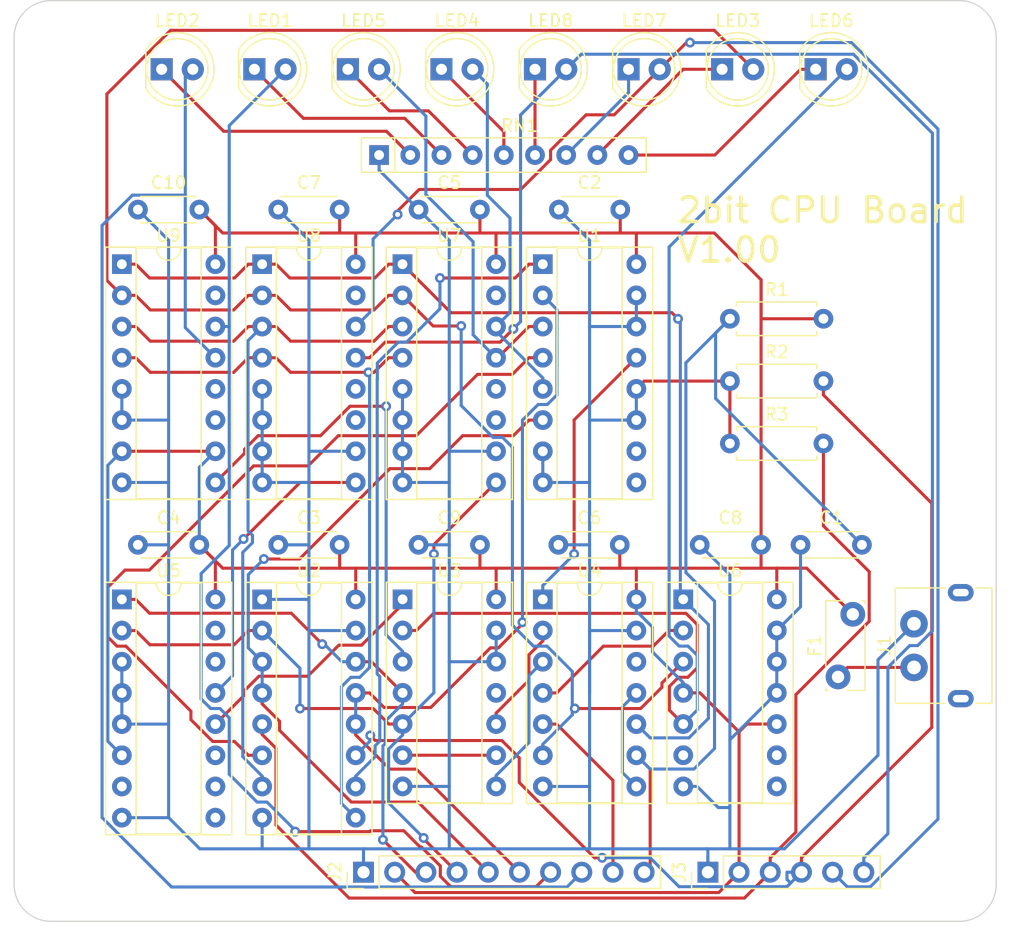
<source format=kicad_pcb>
(kicad_pcb (version 20240108) (generator "pcbnew") (generator_version "8.0")
  (layers (0 "F.Cu" signal) (31 "B.Cu" signal) (34 "B.Paste" user) (35 "F.Paste" user) (36 "B.SilkS" user "B.Silkscreen") (37 "F.SilkS" user "F.Silkscreen") (38 "B.Mask" user) (39 "F.Mask" user) (44 "Edge.Cuts" user))
  (net 0 "")
  (net 1 "+5V")
  (net 2 "GND")
  (net 3 "/Register Unit/Reset")
  (net 4 "/Register Unit/Cmd0")
  (net 5 "/Register Unit/Cmd1")
  (net 6 "/Register Unit/PC_Out0")
  (net 7 "/Register Unit/PC_Out1")
  (net 8 "/Register Unit/In0")
  (net 9 "/Register Unit/In1")
  (net 10 "Net-(U1-S2)")
  (net 11 "/Register Unit/RegA_Out1")
  (net 12 "Net-(U1-S1)")
  (net 13 "/Register Unit/RegA_Out0")
  (net 14 "/Register Unit/C_Flag_In")
  (net 17 "/Register Unit/Data0")
  (net 18 "/Register Unit/Data1")
  (net 19 "/Register Unit/Clock")
  (net 20 "Net-(U9-~{PE})")
  (net 27 "Net-(F1-Pad1)")
  (net 29 "Net-(J2-Pin_5)")
  (net 30 "Net-(J2-Pin_6)")
  (net 31 "Net-(U6A-D)")
  (net 32 "Net-(U5-~{Y3})")
  (net 37 "Net-(U5-~{Y2})")
  (net 45 "Net-(U3-Pad6)")
  (net 46 "Net-(U3-Pad8)")
  (net 47 "Net-(U3-Pad10)")
  (net 51 "Net-(U6A-~{R})")
  (net 53 "/Register Unit/C_Flag_Out")
  (net 54 "/Register Unit/Out0")
  (net 55 "/Register Unit/Out1")
  (net 56 "Net-(LED1-K)")
  (net 57 "Net-(LED2-K)")
  (net 58 "Net-(LED3-K)")
  (net 59 "Net-(LED4-K)")
  (net 60 "Net-(LED5-K)")
  (net 61 "Net-(LED6-K)")
  (net 62 "Net-(LED7-K)")
  (net 63 "Net-(LED8-K)")
  (net 64 "/Register Unit/Clock_In")
  (net 65 "Net-(U4-Pad11)")
  (footprint "Capacitor_THT:C_Disc_D4.3mm_W1.9mm_P5.00mm" (layer "F.Cu") (at 133.39 78.105)
    (property "Reference" "C5")
    (property "Value" "0.1u")
  )
  (footprint "Package_DIP:DIP-14_W7.62mm_Socket" (layer "F.Cu") (at 132.09 109.85)
    (property "Reference" "U3")
    (property "Value" "74HC32")
  )
  (footprint "Package_DIP:DIP-16_W7.62mm_Socket" (layer "F.Cu") (at 109.22 82.55)
    (property "Reference" "U9")
    (property "Value" "CD74HC161")
  )
  (footprint "Package_DIP:DIP-16_W7.62mm_Socket" (layer "F.Cu") (at 143.51 82.55)
    (property "Reference" "U1")
    (property "Value" "CD74HC283")
  )
  (footprint "LED_THT:LED_D5.0mm" (layer "F.Cu") (at 158.115 66.675)
    (property "Reference" "LED3")
    (property "Value" "LED")
  )
  (footprint "LED_THT:LED_D5.0mm" (layer "F.Cu") (at 135.255 66.675)
    (property "Reference" "LED4")
    (property "Value" "LED")
  )
  (footprint "MountingHole:MountingHole_3.2mm_M3" (layer "F.Cu") (at 176.4431 132.08)
    (property "Reference" "H3" (hide yes))
    (property "Value" "MountingHole")
  )
  (footprint "Capacitor_THT:C_Disc_D4.3mm_W1.9mm_P5.00mm" (layer "F.Cu") (at 164.505 105.41)
    (property "Reference" "C1")
    (property "Value" "0.1u")
  )
  (footprint "LED_THT:LED_D5.0mm" (layer "F.Cu") (at 120.015 66.675)
    (property "Reference" "LED1")
    (property "Value" "LED")
  )
  (footprint "Package_DIP:DIP-14_W7.62mm_Socket" (layer "F.Cu") (at 143.51 109.855)
    (property "Reference" "U4")
    (property "Value" "74HC14")
  )
  (footprint "LED_THT:LED_D5.0mm" (layer "F.Cu") (at 150.495 66.675)
    (property "Reference" "LED7")
    (property "Value" "LED")
  )
  (footprint "Package_DIP:DIP-16_W7.62mm_Socket" (layer "F.Cu") (at 120.65 109.855)
    (property "Reference" "U2")
    (property "Value" "74HC153")
  )
  (footprint "Connector_PinHeader_2.54mm:PinHeader_1x06_P2.54mm_Vertical" (layer "F.Cu") (at 156.9581 132.08 90)
    (property "Reference" "J3")
    (property "Value" "Conn_01x02")
  )
  (footprint "Resistor_THT:R_Array_SIP9" (layer "F.Cu") (at 130.175 73.66)
    (property "Reference" "RN1")
    (property "Value" "1k")
  )
  (footprint "Package_DIP:DIP-16_W7.62mm_Socket" (layer "F.Cu") (at 120.65 82.55)
    (property "Reference" "U8")
    (property "Value" "CD74HC161")
  )
  (footprint "LED_THT:LED_D5.0mm" (layer "F.Cu") (at 127.635 66.675)
    (property "Reference" "LED5")
    (property "Value" "LED")
  )
  (footprint "Capacitor_THT:C_Disc_D4.3mm_W1.9mm_P5.00mm" (layer "F.Cu") (at 110.53 78.105)
    (property "Reference" "C10")
    (property "Value" "0.1u")
  )
  (footprint "Package_DIP:DIP-16_W7.62mm_Socket" (layer "F.Cu") (at 132.08 82.55)
    (property "Reference" "U7")
    (property "Value" "CD74HC161")
  )
  (footprint "Fuse:Fuse_Bourns_MF-RG300" (layer "F.Cu") (at 167.56 116.17 90)
    (property "Reference" "F1")
    (property "Value" "100mA")
  )
  (footprint "Resistor_THT:R_Axial_DIN0207_L6.3mm_D2.5mm_P7.62mm_Horizontal" (layer "F.Cu") (at 158.75 97.155)
    (property "Reference" "R3")
    (property "Value" "10k")
  )
  (footprint "Resistor_THT:R_Axial_DIN0207_L6.3mm_D2.5mm_P7.62mm_Horizontal" (layer "F.Cu") (at 158.75 86.995)
    (property "Reference" "R1")
    (property "Value" "10k")
  )
  (footprint "MountingHole:MountingHole_3.2mm_M3" (layer "F.Cu") (at 104.4431 65.08)
    (property "Reference" "H1" (hide yes))
    (property "Value" "MountingHole")
  )
  (footprint "Package_DIP:DIP-14_W7.62mm_Socket" (layer "F.Cu") (at 154.95 109.85)
    (property "Reference" "U6")
    (property "Value" "74HC74")
  )
  (footprint "Capacitor_THT:C_Disc_D4.3mm_W1.9mm_P5.00mm" (layer "F.Cu") (at 121.96 78.105)
    (property "Reference" "C7")
    (property "Value" "0.1u")
  )
  (footprint "Capacitor_THT:C_Disc_D4.3mm_W1.9mm_P5.00mm" (layer "F.Cu") (at 144.82 78.105)
    (property "Reference" "C2")
    (property "Value" "0.1u")
  )
  (footprint "Capacitor_THT:C_Disc_D4.3mm_W1.9mm_P5.00mm" (layer "F.Cu") (at 144.78 105.41)
    (property "Reference" "C6")
    (property "Value" "0.1u")
  )
  (footprint "MountingHole:MountingHole_3.2mm_M3" (layer "F.Cu") (at 176.4431 65.08)
    (property "Reference" "H2" (hide yes))
    (property "Value" "MountingHole")
  )
  (footprint "Capacitor_THT:C_Disc_D4.3mm_W1.9mm_P5.00mm" (layer "F.Cu") (at 133.39 105.41)
    (property "Reference" "C9")
    (property "Value" "0.1u")
  )
  (footprint "Capacitor_THT:C_Disc_D4.3mm_W1.9mm_P5.00mm" (layer "F.Cu") (at 121.96 105.41)
    (property "Reference" "C3")
    (property "Value" "0.1u")
  )
  (footprint "LED_THT:LED_D5.0mm" (layer "F.Cu") (at 165.735 66.675)
    (property "Reference" "LED6")
    (property "Value" "LED")
  )
  (footprint "Resistor_THT:R_Axial_DIN0207_L6.3mm_D2.5mm_P7.62mm_Horizontal" (layer "F.Cu") (at 158.75 92.075)
    (property "Reference" "R2")
    (property "Value" "10k")
  )
  (footprint "Connector_PinHeader_2.54mm:PinHeader_1x10_P2.54mm_Vertical" (layer "F.Cu") (at 128.905 132.08 90)
    (property "Reference" "J2")
    (property "Value" "Conn_01x08")
  )
  (footprint "LED_THT:LED_D5.0mm" (layer "F.Cu") (at 112.4631 66.675)
    (property "Reference" "LED2")
    (property "Value" "LED")
  )
  (footprint "Capacitor_THT:C_Disc_D4.3mm_W1.9mm_P5.00mm" (layer "F.Cu") (at 156.29 105.41)
    (property "Reference" "C8")
    (property "Value" "0.1u")
  )
  (footprint "Library:USB_C_PowerOnly" (layer "F.Cu") (at 176.16 113.62 90)
    (property "Reference" "J1")
    (property "Value" "USB_Type_C")
  )
  (footprint "MountingHole:MountingHole_3.2mm_M3" (layer "F.Cu") (at 104.4431 132.08)
    (property "Reference" "H4" (hide yes))
    (property "Value" "MountingHole")
  )
  (footprint "Capacitor_THT:C_Disc_D4.3mm_W1.9mm_P5.00mm" (layer "F.Cu") (at 110.53 105.41)
    (property "Reference" "C4")
    (property "Value" "0.1u")
  )
  (footprint "Package_DIP:DIP-16_W7.62mm_Socket" (layer "F.Cu") (at 109.22 109.855)
    (property "Reference" "U5")
    (property "Value" "74HC138")
  )
  (footprint "LED_THT:LED_D5.0mm" (layer "F.Cu") (at 142.875 66.675)
    (property "Reference" "LED8")
    (property "Value" "LED")
  )
  (gr_line (start 180.4431 64.08) (end 180.4431 133.08) (stroke (width 0.1)) (layer "Edge.Cuts"))
  (gr_line (start 100.4431 133.08) (end 100.4431 64.08) (stroke (width 0.1)) (layer "Edge.Cuts"))
  (gr_arc (start 103.4431 136.08) (mid 101.32178 135.20132) (end 100.4431 133.08) (stroke (width 0.1)) (layer "Edge.Cuts"))
  (gr_line (start 177.4431 136.08) (end 103.4431 136.08) (stroke (width 0.1)) (layer "Edge.Cuts"))
  (gr_arc (start 180.4431 133.08) (mid 179.56442 135.20132) (end 177.4431 136.08) (stroke (width 0.1)) (layer "Edge.Cuts"))
  (gr_arc (start 177.4431 61.08) (mid 179.56442 61.95868) (end 180.4431 64.08) (stroke (width 0.1)) (layer "Edge.Cuts"))
  (gr_arc (start 100.4431 64.08) (mid 101.32178 61.95868) (end 103.4431 61.08) (stroke (width 0.1)) (layer "Edge.Cuts"))
  (gr_line (start 103.4431 61.08) (end 177.4431 61.08) (stroke (width 0.1)) (layer "Edge.Cuts"))
  (gr_text "2bit CPU Board\nV1.00" (at 154.305 82.55 0) (layer "F.SilkS") (effects (font (size 2 2) (thickness 0.3)) (justify left bottom)))
  (segment (start 158.703 132.875) (end 159.498 132.08) (width 0.25) (layer "F.Cu") (net 1))
  (segment (start 161.29 105.41) (end 161.29 107.315) (width 0.25) (layer "F.Cu") (net 1))
  (segment (start 138.39 78.105) (end 138.39 79.97) (width 0.25) (layer "F.Cu") (net 1))
  (segment (start 126.96 78.105) (end 126.96 79.97) (width 0.25) (layer "F.Cu") (net 1))
  (segment (start 128.27 107.315) (end 127 107.315) (width 0.25) (layer "F.Cu") (net 1))
  (segment (start 161.29 83.82) (end 157.48 80.01) (width 0.25) (layer "F.Cu") (net 1))
  (segment (start 159.498 126.365) (end 159.498 120.65) (width 0.25) (layer "F.Cu") (net 1))
  (segment (start 116.84 97.79) (end 109.22 97.79) (width 0.25) (layer "F.Cu") (net 1))
  (segment (start 157.48 80.01) (end 151.13 80.01) (width 0.25) (layer "F.Cu") (net 1))
  (segment (start 151.13 82.55) (end 151.13 80.01) (width 0.25) (layer "F.Cu") (net 1))
  (segment (start 138.39 107.275) (end 138.43 107.315) (width 0.25) (layer "F.Cu") (net 1))
  (segment (start 161.29 105.41) (end 161.29 86.995) (width 0.25) (layer "F.Cu") (net 1))
  (segment (start 138.43 80.01) (end 128.27 80.01) (width 0.25) (layer "F.Cu") (net 1))
  (segment (start 151.13 80.01) (end 149.86 80.01) (width 0.25) (layer "F.Cu") (net 1))
  (segment (start 117.435 107.315) (end 116.84 106.72) (width 0.25) (layer "F.Cu") (net 1))
  (segment (start 166.37 86.995) (end 161.29 86.995) (width 0.25) (layer "F.Cu") (net 1))
  (segment (start 116.84 106.72) (end 115.53 105.41) (width 0.25) (layer "F.Cu") (net 1))
  (segment (start 149.82 79.97) (end 149.86 80.01) (width 0.25) (layer "F.Cu") (net 1))
  (segment (start 159.498 131.605) (end 159.4981 131.6051) (width 0.25) (layer "F.Cu") (net 1))
  (segment (start 149.78 105.41) (end 149.78 107.235) (width 0.25) (layer "F.Cu") (net 1))
  (segment (start 151.13 107.315) (end 149.86 107.315) (width 0.25) (layer "F.Cu") (net 1))
  (segment (start 133.099 133.734) (end 157.844 133.734) (width 0.25) (layer "F.Cu") (net 1))
  (segment (start 131.445 132.08) (end 133.099 133.734) (width 0.25) (layer "F.Cu") (net 1))
  (segment (start 126.96 107.275) (end 127 107.315) (width 0.25) (layer "F.Cu") (net 1))
  (segment (start 126.96 79.97) (end 127 80.01) (width 0.25) (layer "F.Cu") (net 1))
  (segment (start 149.86 80.01) (end 139.7 80.01) (width 0.25) (layer "F.Cu") (net 1))
  (segment (start 138.39 105.41) (end 138.39 107.275) (width 0.25) (layer "F.Cu") (net 1))
  (segment (start 165.005 107.315) (end 162.56 107.315) (width 0.25) (layer "F.Cu") (net 1))
  (segment (start 158.703 132.875) (end 159.498 132.08) (width 0.25) (layer "F.Cu") (net 1))
  (segment (start 161.29 86.995) (end 161.29 83.82) (width 0.25) (layer "F.Cu") (net 1))
  (segment (start 162.57 120.01) (end 160.138 120.01) (width 0.25) (layer "F.Cu") (net 1))
  (segment (start 128.27 80.01) (end 127 80.01) (width 0.25) (layer "F.Cu") (net 1))
  (segment (start 159.498 131.605) (end 159.498 132.08) (width 0.25) (layer "F.Cu") (net 1))
  (segment (start 162.57 107.325) (end 162.56 107.315) (width 0.25) (layer "F.Cu") (net 1))
  (segment (start 138.39 79.97) (end 138.43 80.01) (width 0.25) (layer "F.Cu") (net 1))
  (segment (start 162.56 107.315) (end 161.29 107.315) (width 0.25) (layer "F.Cu") (net 1))
  (segment (start 126.96 105.41) (end 126.96 107.275) (width 0.25) (layer "F.Cu") (net 1))
  (segment (start 149.78 107.235) (end 149.86 107.315) (width 0.25) (layer "F.Cu") (net 1))
  (segment (start 116.84 109.855) (end 116.84 106.72) (width 0.25) (layer "F.Cu") (net 1))
  (segment (start 161.29 107.315) (end 151.13 107.315) (width 0.25) (layer "F.Cu") (net 1))
  (segment (start 160.138 120.01) (end 159.498 120.65) (width 0.25) (layer "F.Cu") (net 1))
  (segment (start 159.4981 131.6051) (end 159.4981 132.08) (width 0.25) (layer "F.Cu") (net 1))
  (segment (start 156.318 117.47) (end 159.498 120.65) (width 0.25) (layer "F.Cu") (net 1))
  (segment (start 116.84 79.415) (end 115.53 78.105) (width 0.25) (layer "F.Cu") (net 1))
  (segment (start 127 80.01) (end 117.435 80.01) (width 0.25) (layer "F.Cu") (net 1))
  (segment (start 138.43 107.315) (end 128.27 107.315) (width 0.25) (layer "F.Cu") (net 1))
  (segment (start 139.7 107.315) (end 138.43 107.315) (width 0.25) (layer "F.Cu") (net 1))
  (segment (start 116.84 79.415) (end 115.53 78.105) (width 0.25) (layer "F.Cu") (net 1))
  (segment (start 128.27 82.55) (end 128.27 80.01) (width 0.25) (layer "F.Cu") (net 1))
  (segment (start 168.76 111.07) (end 165.005 107.315) (width 0.25) (layer "F.Cu") (net 1))
  (segment (start 149.82 78.105) (end 149.82 79.97) (width 0.25) (layer "F.Cu") (net 1))
  (segment (start 162.57 109.85) (end 162.57 107.325) (width 0.25) (layer "F.Cu") (net 1))
  (segment (start 159.498 129.222) (end 159.498 131.605) (width 0.25) (layer "F.Cu") (net 1))
  (segment (start 149.86 107.315) (end 139.7 107.315) (width 0.25) (layer "F.Cu") (net 1))
  (segment (start 151.13 109.855) (end 151.13 107.315) (width 0.25) (layer "F.Cu") (net 1))
  (segment (start 139.7 82.55) (end 139.7 80.01) (width 0.25) (layer "F.Cu") (net 1))
  (segment (start 154.95 117.47) (end 156.318 117.47) (width 0.25) (layer "F.Cu") (net 1))
  (segment (start 159.498 126.365) (end 159.498 129.222) (width 0.25) (layer "F.Cu") (net 1))
  (segment (start 128.27 109.855) (end 128.27 107.315) (width 0.25) (layer "F.Cu") (net 1))
  (segment (start 139.71 109.85) (end 139.71 107.325) (width 0.25) (layer "F.Cu") (net 1))
  (segment (start 127 107.315) (end 117.435 107.315) (width 0.25) (layer "F.Cu") (net 1))
  (segment (start 116.84 82.55) (end 116.84 79.415) (width 0.25) (layer "F.Cu") (net 1))
  (segment (start 161.29 86.995) (end 161.29 83.82) (width 0.25) (layer "F.Cu") (net 1))
  (segment (start 116.84 106.72) (end 115.53 105.41) (width 0.25) (layer "F.Cu") (net 1))
  (segment (start 139.71 107.325) (end 139.7 107.315) (width 0.25) (layer "F.Cu") (net 1))
  (segment (start 117.435 80.01) (end 116.84 79.415) (width 0.25) (layer "F.Cu") (net 1))
  (segment (start 139.7 80.01) (end 138.43 80.01) (width 0.25) (layer "F.Cu") (net 1))
  (segment (start 157.844 133.734) (end 158.703 132.875) (width 0.25) (layer "F.Cu") (net 1))
  (segment (start 151.13 109.855) (end 151.13 110.982) (width 0.25) (layer "B.Cu") (net 1))
  (segment (start 109.22 122.555) (end 108.078 121.413) (width 0.25) (layer "B.Cu") (net 1))
  (segment (start 152.443 114.134) (end 154.95 116.641) (width 0.25) (layer "B.Cu") (net 1))
  (segment (start 151.13 110.982) (end 151.312 110.982) (width 0.25) (layer "B.Cu") (net 1))
  (segment (start 151.312 110.982) (end 152.443 112.113) (width 0.25) (layer "B.Cu") (net 1))
  (segment (start 152.443 112.113) (end 152.443 114.134) (width 0.25) (layer "B.Cu") (net 1))
  (segment (start 115.53 99.1) (end 116.84 97.79) (width 0.25) (layer "B.Cu") (net 1))
  (segment (start 108.078 98.9323) (end 109.22 97.79) (width 0.25) (layer "B.Cu") (net 1))
  (segment (start 115.53 105.41) (end 115.53 99.1) (width 0.25) (layer "B.Cu") (net 1))
  (segment (start 154.95 116.641) (end 154.95 117.47) (width 0.25) (layer "B.Cu") (net 1))
  (segment (start 108.078 121.413) (end 108.078 98.9323) (width 0.25) (layer "B.Cu") (net 1))
  (segment (start 158.75 92.075) (end 151.765 92.075) (width 0.25) (layer "F.Cu") (net 2))
  (segment (start 158.75 92.075) (end 158.75 97.155) (width 0.25) (layer "F.Cu") (net 2))
  (segment (start 151.765 92.075) (end 151.13 92.71) (width 0.25) (layer "F.Cu") (net 2))
  (segment (start 170.815 122.555) (end 163.195 130.175) (width 0.25) (layer "B.Cu") (net 2))
  (segment (start 151.13 112.395) (end 147.32 112.395) (width 0.25) (layer "B.Cu") (net 2))
  (segment (start 113.03 80.605) (end 110.53 78.105) (width 0.25) (layer "B.Cu") (net 2))
  (segment (start 135.89 114.935) (end 135.89 125.095) (width 0.25) (layer "B.Cu") (net 2))
  (segment (start 158.75 121.29) (end 162.57 117.47) (width 0.25) (layer "B.Cu") (net 2))
  (segment (start 124.46 109.855) (end 124.46 112.395) (width 0.25) (layer "B.Cu") (net 2))
  (segment (start 124.46 130.175) (end 128.905 130.175) (width 0.25) (layer "B.Cu") (net 2))
  (segment (start 158.75 107.87) (end 156.29 105.41) (width 0.25) (layer "B.Cu") (net 2))
  (segment (start 124.46 109.855) (end 124.46 105.41) (width 0.25) (layer "B.Cu") (net 2))
  (segment (start 156.077 125.09) (end 154.95 125.09) (width 0.25) (layer "B.Cu") (net 2))
  (segment (start 120.65 97.79) (end 120.65 100.33) (width 0.25) (layer "B.Cu") (net 2))
  (segment (start 109.22 117.475) (end 109.22 120.015) (width 0.25) (layer "B.Cu") (net 2))
  (segment (start 156.958 131.408) (end 156.958 131.632) (width 0.25) (layer "B.Cu") (net 2))
  (segment (start 124.46 100.33) (end 124.46 97.79) (width 0.25) (layer "B.Cu") (net 2))
  (segment (start 143.51 100.33) (end 147.32 100.33) (width 0.25) (layer "B.Cu") (net 2))
  (segment (start 156.958 130.736) (end 156.958 131.184) (width 0.25) (layer "B.Cu") (net 2))
  (segment (start 156.958 131.408) (end 156.958 131.632) (width 0.25) (layer "B.Cu") (net 2))
  (segment (start 109.22 95.25) (end 113.03 95.25) (width 0.25) (layer "B.Cu") (net 2))
  (segment (start 120.65 92.71) (end 120.65 95.25) (width 0.25) (layer "B.Cu") (net 2))
  (segment (start 130.175 74.89) (end 133.39 78.105) (width 0.25) (layer "B.Cu") (net 2))
  (segment (start 132.08 100.33) (end 135.89 100.33) (width 0.25) (layer "B.Cu") (net 2))
  (segment (start 139.71 114.93) (end 135.895 114.93) (width 0.25) (layer "B.Cu") (net 2))
  (segment (start 113.03 95.25) (end 113.03 80.605) (width 0.25) (layer "B.Cu") (net 2))
  (segment (start 173.747 111.842) (end 170.815 114.774) (width 0.25) (layer "B.Cu") (net 2))
  (segment (start 156.958 131.856) (end 156.958 132.08) (width 0.25) (layer "B.Cu") (net 2))
  (segment (start 128.27 97.79) (end 124.46 97.79) (width 0.25) (layer "B.Cu") (net 2))
  (segment (start 135.89 97.79) (end 135.89 100.33) (width 0.25) (layer "B.Cu") (net 2))
  (segment (start 109.22 120.015) (end 113.03 120.015) (width 0.25) (layer "B.Cu") (net 2))
  (segment (start 144.78 105.41) (end 147.32 105.41) (width 0.25) (layer "B.Cu") (net 2))
  (segment (start 135.89 105.41) (end 135.89 114.935) (width 0.25) (layer "B.Cu") (net 2))
  (segment (start 120.65 127.635) (end 120.65 130.175) (width 0.25) (layer "B.Cu") (net 2))
  (segment (start 156.845 130.175) (end 156.958 130.288) (width 0.25) (layer "B.Cu") (net 2))
  (segment (start 113.03 105.41) (end 113.03 100.33) (width 0.25) (layer "B.Cu") (net 2))
  (segment (start 115.57 130.175) (end 120.65 130.175) (width 0.25) (layer "B.Cu") (net 2))
  (segment (start 113.03 120.015) (end 113.03 105.41) (width 0.25) (layer "B.Cu") (net 2))
  (segment (start 130.175 73.66) (end 130.175 74.89) (width 0.25) (layer "B.Cu") (net 2))
  (segment (start 158.75 130.175) (end 156.845 130.175) (width 0.25) (layer "B.Cu") (net 2))
  (segment (start 128.905 132.08) (end 128.905 130.175) (width 0.25) (layer "B.Cu") (net 2))
  (segment (start 109.22 114.935) (end 109.22 117.475) (width 0.25) (layer "B.Cu") (net 2))
  (segment (start 139.7 97.79) (end 135.89 97.79) (width 0.25) (layer "B.Cu") (net 2))
  (segment (start 132.08 97.79) (end 132.08 100.33) (width 0.25) (layer "B.Cu") (net 2))
  (segment (start 156.958 130.288) (end 156.958 130.736) (width 0.25) (layer "B.Cu") (net 2))
  (segment (start 109.22 92.71) (end 109.22 95.25) (width 0.25) (layer "B.Cu") (net 2))
  (segment (start 156.958 131.184) (end 156.958 131.408) (width 0.25) (layer "B.Cu") (net 2))
  (segment (start 163.195 130.175) (end 158.75 130.175) (width 0.25) (layer "B.Cu") (net 2))
  (segment (start 121.96 105.41) (end 124.46 105.41) (width 0.25) (layer "B.Cu") (net 2))
  (segment (start 156.958 131.856) (end 156.9581 131.8561) (width 0.25) (layer "B.Cu") (net 2))
  (segment (start 164.505 110.455) (end 162.57 112.39) (width 0.25) (layer "B.Cu") (net 2))
  (segment (start 147.32 117.475) (end 147.32 125.095) (width 0.25) (layer "B.Cu") (net 2))
  (segment (start 147.32 125.095) (end 147.32 130.175) (width 0.25) (layer "B.Cu") (net 2))
  (segment (start 158.75 121.29) (end 158.75 126.812) (width 0.25) (layer "B.Cu") (net 2))
  (segment (start 158.75 126.812) (end 157.799 126.812) (width 0.25) (layer "B.Cu") (net 2))
  (segment (start 144.82 78.105) (end 147.32 80.605) (width 0.25) (layer "B.Cu") (net 2))
  (segment (start 109.22 100.33) (end 113.03 100.33) (width 0.25) (layer "B.Cu") (net 2))
  (segment (start 132.08 92.71) (end 132.08 95.25) (width 0.25) (layer "B.Cu") (net 2))
  (segment (start 110.53 105.41) (end 113.03 105.41) (width 0.25) (layer "B.Cu") (net 2))
  (segment (start 164.505 105.41) (end 164.505 110.455) (width 0.25) (layer "B.Cu") (net 2))
  (segment (start 135.89 100.33) (end 135.89 105.41) (width 0.25) (layer "B.Cu") (net 2))
  (segment (start 158.75 121.29) (end 158.75 107.87) (width 0.25) (layer "B.Cu") (net 2))
  (segment (start 135.89 125.095) (end 135.89 130.175) (width 0.25) (layer "B.Cu") (net 2))
  (segment (start 156.958 131.632) (end 156.958 131.856) (width 0.25) (layer "B.Cu") (net 2))
  (segment (start 124.46 80.605) (end 121.96 78.105) (width 0.25) (layer "B.Cu") (net 2))
  (segment (start 143.51 125.095) (end 147.32 125.095) (width 0.25) (layer "B.Cu") (net 2))
  (segment (start 135.89 130.175) (end 147.32 130.175) (width 0.25) (layer "B.Cu") (net 2))
  (segment (start 128.905 130.175) (end 135.89 130.175) (width 0.25) (layer "B.Cu") (net 2))
  (segment (start 157.799 126.812) (end 156.077 125.09) (width 0.25) (layer "B.Cu") (net 2))
  (segment (start 151.13 92.71) (end 151.13 95.25) (width 0.25) (layer "B.Cu") (net 2))
  (segment (start 151.13 85.09) (end 151.13 87.63) (width 0.25) (layer "B.Cu") (net 2))
  (segment (start 147.32 112.395) (end 147.32 117.475) (width 0.25) (layer "B.Cu") (net 2))
  (segment (start 135.885 125.09) (end 135.89 125.095) (width 0.25) (layer "B.Cu") (net 2))
  (segment (start 120.65 100.33) (end 124.46 100.33) (width 0.25) (layer "B.Cu") (net 2))
  (segment (start 151.13 87.63) (end 147.32 87.63) (width 0.25) (layer "B.Cu") (net 2))
  (segment (start 147.32 130.175) (end 156.845 130.175) (width 0.25) (layer "B.Cu") (net 2))
  (segment (start 156.958 130.736) (end 156.958 131.184) (width 0.25) (layer "B.Cu") (net 2))
  (segment (start 120.65 109.855) (end 124.46 109.855) (width 0.25) (layer "B.Cu") (net 2))
  (segment (start 113.03 100.33) (end 113.03 95.25) (width 0.25) (layer "B.Cu") (net 2))
  (segment (start 151.13 95.25) (end 147.32 95.25) (width 0.25) (layer "B.Cu") (net 2))
  (segment (start 135.89 80.605) (end 135.89 97.79) (width 0.25) (layer "B.Cu") (net 2))
  (segment (start 147.32 105.41) (end 147.32 112.395) (width 0.25) (layer "B.Cu") (net 2))
  (segment (start 158.75 126.812) (end 158.75 130.175) (width 0.25) (layer "B.Cu") (net 2))
  (segment (start 135.895 114.93) (end 135.89 114.935) (width 0.25) (layer "B.Cu") (net 2))
  (segment (start 124.46 97.79) (end 124.46 80.605) (width 0.25) (layer "B.Cu") (net 2))
  (segment (start 128.27 112.395) (end 124.46 112.395) (width 0.25) (layer "B.Cu") (net 2))
  (segment (start 124.46 112.395) (end 124.46 130.175) (width 0.25) (layer "B.Cu") (net 2))
  (segment (start 132.09 125.09) (end 135.885 125.09) (width 0.25) (layer "B.Cu") (net 2))
  (segment (start 162.57 114.93) (end 162.57 117.47) (width 0.25) (layer "B.Cu") (net 2))
  (segment (start 109.22 127.635) (end 113.03 127.635) (width 0.25) (layer "B.Cu") (net 2))
  (segment (start 147.32 112.395) (end 147.32 117.475) (width 0.25) (layer "B.Cu") (net 2))
  (segment (start 124.46 105.41) (end 124.46 100.33) (width 0.25) (layer "B.Cu") (net 2))
  (segment (start 147.32 95.25) (end 147.32 100.33) (width 0.25) (layer "B.Cu") (net 2))
  (segment (start 156.9581 131.8561) (end 156.9581 132.08) (width 0.25) (layer "B.Cu") (net 2))
  (segment (start 120.65 130.175) (end 124.46 130.175) (width 0.25) (layer "B.Cu") (net 2))
  (segment (start 162.57 112.39) (end 162.57 114.93) (width 0.25) (layer "B.Cu") (net 2))
  (segment (start 113.03 127.635) (end 113.03 120.015) (width 0.25) (layer "B.Cu") (net 2))
  (segment (start 139.71 112.39) (end 139.71 114.93) (width 0.25) (layer "B.Cu") (net 2))
  (segment (start 133.39 105.41) (end 135.89 105.41) (width 0.25) (layer "B.Cu") (net 2))
  (segment (start 170.815 114.774) (end 170.815 122.555) (width 0.25) (layer "B.Cu") (net 2))
  (segment (start 147.32 80.605) (end 147.32 87.63) (width 0.25) (layer "B.Cu") (net 2))
  (segment (start 143.51 97.79) (end 143.51 100.33) (width 0.25) (layer "B.Cu") (net 2))
  (segment (start 133.39 78.105) (end 135.89 80.605) (width 0.25) (layer "B.Cu") (net 2))
  (segment (start 113.03 127.635) (end 115.57 130.175) (width 0.25) (layer "B.Cu") (net 2))
  (segment (start 147.32 87.63) (end 147.32 95.25) (width 0.25) (layer "B.Cu") (net 2))
  (segment (start 132.08 95.25) (end 132.08 97.79) (width 0.25) (layer "B.Cu") (net 2))
  (segment (start 120.65 95.25) (end 120.65 97.79) (width 0.25) (layer "B.Cu") (net 2))
  (segment (start 147.32 100.33) (end 147.32 105.41) (width 0.25) (layer "B.Cu") (net 2))
  (segment (start 152.255 131.59) (end 151.765 132.08) (width 0.25) (layer "F.Cu") (net 3))
  (segment (start 152.255 123.68) (end 152.255 131.59) (width 0.25) (layer "F.Cu") (net 3))
  (segment (start 151.13 122.555) (end 152.255 123.68) (width 0.25) (layer "F.Cu") (net 3))
  (segment (start 157.5 122) (end 155.825 123.675) (width 0.25) (layer "B.Cu") (net 3))
  (segment (start 169.505 105.41) (end 157.587 93.4923) (width 0.25) (layer "B.Cu") (net 3))
  (segment (start 157.5 110) (end 157.5 122) (width 0.25) (layer "B.Cu") (net 3))
  (segment (start 157.587 93.4923) (end 157.587 88.158) (width 0.25) (layer "B.Cu") (net 3))
  (segment (start 157.587 88.158) (end 157.587 88.1577) (width 0.25) (layer "B.Cu") (net 3))
  (segment (start 158.75 86.995) (end 157.587 88.158) (width 0.25) (layer "B.Cu") (net 3))
  (segment (start 157.587 88.1577) (end 158.75 86.995) (width 0.25) (layer "B.Cu") (net 3))
  (segment (start 155.165 90.58) (end 155.165 107.665) (width 0.25) (layer "B.Cu") (net 3))
  (segment (start 155.165 107.665) (end 157.5 110) (width 0.25) (layer "B.Cu") (net 3))
  (segment (start 157.587 88.158) (end 155.165 90.58) (width 0.25) (layer "B.Cu") (net 3))
  (segment (start 152.25 123.675) (end 151.13 122.555) (width 0.25) (layer "B.Cu") (net 3))
  (segment (start 155.825 123.675) (end 152.25 123.675) (width 0.25) (layer "B.Cu") (net 3))
  (segment (start 130.486 129.433) (end 133.133 132.08) (width 0.25) (layer "F.Cu") (net 4))
  (segment (start 111.474 110.982) (end 110.347 109.855) (width 0.25) (layer "F.Cu") (net 4))
  (segment (start 129.555 114.935) (end 128.27 114.935) (width 0.25) (layer "F.Cu") (net 4))
  (segment (start 125.543 113.502) (end 123.023 110.982) (width 0.25) (layer "F.Cu") (net 4))
  (segment (start 123.023 110.982) (end 111.474 110.982) (width 0.25) (layer "F.Cu") (net 4))
  (segment (start 133.133 132.08) (end 133.985 132.08) (width 0.25) (layer "F.Cu") (net 4))
  (segment (start 110.347 109.855) (end 109.22 109.855) (width 0.25) (layer "F.Cu") (net 4))
  (segment (start 132.09 117.47) (end 129.555 114.935) (width 0.25) (layer "F.Cu") (net 4))
  (via (at 130.486 129.433) (size 0.8) (drill 0.4) (layers "F.Cu" "B.Cu") (net 4))
  (via (at 125.543 113.502) (size 0.8) (drill 0.4) (layers "F.Cu" "B.Cu") (net 4))
  (segment (start 132.09 117.47) (end 132.09 118.366) (width 0.25) (layer "B.Cu") (net 4))
  (segment (start 130.486 121.788) (end 130.486 129.433) (width 0.25) (layer "B.Cu") (net 4))
  (segment (start 128.27 114.935) (end 127.143 114.935) (width 0.25) (layer "B.Cu") (net 4))
  (segment (start 130.681 119.775) (end 130.681 121.594) (width 0.25) (layer "B.Cu") (net 4))
  (segment (start 130.681 121.594) (end 130.486 121.788) (width 0.25) (layer "B.Cu") (net 4))
  (segment (start 127.143 114.935) (end 125.71 113.502) (width 0.25) (layer "B.Cu") (net 4))
  (segment (start 132.09 118.366) (end 130.681 119.775) (width 0.25) (layer "B.Cu") (net 4))
  (segment (start 125.71 113.502) (end 125.543 113.502) (width 0.25) (layer "B.Cu") (net 4))
  (segment (start 134.639 106.162) (end 134.639 105.391) (width 0.25) (layer "F.Cu") (net 5))
  (segment (start 110.347 112.395) (end 109.22 112.395) (width 0.25) (layer "F.Cu") (net 5))
  (segment (start 133.804 129.359) (end 133.804 129.29) (width 0.25) (layer "F.Cu") (net 5))
  (segment (start 132.09 120.01) (end 130.963 120.01) (width 0.25) (layer "F.Cu") (net 5))
  (segment (start 111.504 113.552) (end 110.347 112.395) (width 0.25) (layer "F.Cu") (net 5))
  (segment (start 134.639 105.391) (end 139.7 100.33) (width 0.25) (layer "F.Cu") (net 5))
  (segment (start 130.963 120.01) (end 129.698 118.745) (width 0.25) (layer "F.Cu") (net 5))
  (segment (start 120.65 112.395) (end 119.523 112.395) (width 0.25) (layer "F.Cu") (net 5))
  (segment (start 136.525 132.08) (end 133.804 129.359) (width 0.25) (layer "F.Cu") (net 5))
  (segment (start 129.698 118.745) (end 123.73 118.745) (width 0.25) (layer "F.Cu") (net 5))
  (segment (start 119.523 112.395) (end 118.366 113.552) (width 0.25) (layer "F.Cu") (net 5))
  (segment (start 118.366 113.552) (end 111.504 113.552) (width 0.25) (layer "F.Cu") (net 5))
  (via (at 123.73 118.745) (size 0.8) (drill 0.4) (layers "F.Cu" "B.Cu") (net 5))
  (via (at 133.804 129.29) (size 0.8) (drill 0.4) (layers "F.Cu" "B.Cu") (net 5))
  (via (at 134.639 106.162) (size 0.8) (drill 0.4) (layers "F.Cu" "B.Cu") (net 5))
  (segment (start 132.09 120.01) (end 132.09 120.903) (width 0.25) (layer "B.Cu") (net 5))
  (segment (start 130.951 122.043) (end 130.951 126.436) (width 0.25) (layer "B.Cu") (net 5))
  (segment (start 132.09 120.903) (end 130.951 122.043) (width 0.25) (layer "B.Cu") (net 5))
  (segment (start 120.65 112.395) (end 123.73 115.475) (width 0.25) (layer "B.Cu") (net 5))
  (segment (start 130.951 126.436) (end 133.804 129.29) (width 0.25) (layer "B.Cu") (net 5))
  (segment (start 132.09 120.01) (end 134.639 117.461) (width 0.25) (layer "B.Cu") (net 5))
  (segment (start 134.639 117.461) (end 134.639 106.162) (width 0.25) (layer "B.Cu") (net 5))
  (segment (start 123.73 115.475) (end 123.73 118.745) (width 0.25) (layer "B.Cu") (net 5))
  (segment (start 129.494 128.701) (end 132.188 128.701) (width 0.25) (layer "F.Cu") (net 6))
  (segment (start 132.188 128.701) (end 133.503 130.017) (width 0.25) (layer "F.Cu") (net 6))
  (segment (start 135.163 131.569) (end 135.163 132.413) (width 0.25) (layer "F.Cu") (net 6))
  (segment (start 133.611 130.017) (end 135.163 131.569) (width 0.25) (layer "F.Cu") (net 6))
  (segment (start 136.007 133.257) (end 142.968 133.257) (width 0.25) (layer "F.Cu") (net 6))
  (segment (start 133.503 130.017) (end 133.611 130.017) (width 0.25) (layer "F.Cu") (net 6))
  (segment (start 142.968 133.257) (end 144.145 132.08) (width 0.25) (layer "F.Cu") (net 6))
  (segment (start 123.34 128.77) (end 129.425 128.77) (width 0.25) (layer "F.Cu") (net 6))
  (segment (start 129.425 128.77) (end 129.494 128.701) (width 0.25) (layer "F.Cu") (net 6))
  (segment (start 135.163 132.413) (end 136.007 133.257) (width 0.25) (layer "F.Cu") (net 6))
  (via (at 123.34 128.77) (size 0.8) (drill 0.4) (layers "F.Cu" "B.Cu") (net 6))
  (segment (start 121.04 126.365) (end 123.34 128.665) (width 0.25) (layer "B.Cu") (net 6))
  (segment (start 115.678 107.753) (end 115.678 117.964) (width 0.25) (layer "B.Cu") (net 6))
  (segment (start 117.967 124.097) (end 120.235 126.365) (width 0.25) (layer "B.Cu") (net 6))
  (segment (start 117.967 119.5) (end 117.967 124.097) (width 0.25) (layer "B.Cu") (net 6))
  (segment (start 117.212 118.745) (end 117.967 119.5) (width 0.25) (layer "B.Cu") (net 6))
  (segment (start 117.967 105.464) (end 115.678 107.753) (width 0.25) (layer "B.Cu") (net 6))
  (segment (start 117.967 71.2631) (end 122.555 66.675) (width 0.25) (layer "B.Cu") (net 6))
  (segment (start 120.235 126.365) (end 121.04 126.365) (width 0.25) (layer "B.Cu") (net 6))
  (segment (start 117.967 87.63) (end 117.967 105.464) (width 0.25) (layer "B.Cu") (net 6))
  (segment (start 116.84 87.63) (end 117.967 87.63) (width 0.25) (layer "B.Cu") (net 6))
  (segment (start 116.46 118.745) (end 117.212 118.745) (width 0.25) (layer "B.Cu") (net 6))
  (segment (start 115.678 117.964) (end 116.46 118.745) (width 0.25) (layer "B.Cu") (net 6))
  (segment (start 123.34 128.665) (end 123.34 128.77) (width 0.25) (layer "B.Cu") (net 6))
  (segment (start 117.967 87.63) (end 117.967 71.2631) (width 0.25) (layer "B.Cu") (net 6))
  (segment (start 114.388 87.718) (end 116.84 90.17) (width 0.25) (layer "B.Cu") (net 7))
  (segment (start 145.482 133.284) (end 146.685 132.08) (width 0.25) (layer "B.Cu") (net 7))
  (segment (start 115.0031 66.675) (end 115.003 66.675) (width 0.25) (layer "B.Cu") (net 7))
  (segment (start 113.268 133.284) (end 145.482 133.284) (width 0.25) (layer "B.Cu") (net 7))
  (segment (start 107.609 79.3979) (end 107.609 127.625) (width 0.25) (layer "B.Cu") (net 7))
  (segment (start 115.003 66.675) (end 114.388 67.2901) (width 0.25) (layer "B.Cu") (net 7))
  (segment (start 114.388 67.2901) (end 114.388 76.9267) (width 0.25) (layer "B.Cu") (net 7))
  (segment (start 114.388 76.9267) (end 110.08 76.9267) (width 0.25) (layer "B.Cu") (net 7))
  (segment (start 114.388 76.9267) (end 114.388 87.718) (width 0.25) (layer "B.Cu") (net 7))
  (segment (start 110.08 76.9267) (end 107.609 79.3979) (width 0.25) (layer "B.Cu") (net 7))
  (segment (start 107.609 127.625) (end 113.268 133.284) (width 0.25) (layer "B.Cu") (net 7))
  (segment (start 121.777 121.987) (end 121.777 128.236) (width 0.25) (layer "F.Cu") (net 8))
  (segment (start 120.65 120.015) (end 120.65 120.86) (width 0.25) (layer "F.Cu") (net 8))
  (segment (start 161.243 132.875) (end 162.038 132.08) (width 0.25) (layer "F.Cu") (net 8))
  (segment (start 162.0381 131.9331) (end 162.0381 132.08) (width 0.25) (layer "F.Cu") (net 8))
  (segment (start 162.038 131.933) (end 162.038 132.08) (width 0.25) (layer "F.Cu") (net 8))
  (segment (start 159.932 134.186) (end 161.243 132.875) (width 0.25) (layer "F.Cu") (net 8))
  (segment (start 120.65 120.86) (end 121.777 121.987) (width 0.25) (layer "F.Cu") (net 8))
  (segment (start 164.126 128.815) (end 164.126 117.613) (width 0.25) (layer "F.Cu") (net 8))
  (segment (start 162.038 131.933) (end 162.0381 131.9331) (width 0.25) (layer "F.Cu") (net 8))
  (segment (start 170.099 107.598) (end 166.37 103.869) (width 0.25) (layer "F.Cu") (net 8))
  (segment (start 121.777 128.236) (end 127.727 134.186) (width 0.25) (layer "F.Cu") (net 8))
  (segment (start 127.727 134.186) (end 159.932 134.186) (width 0.25) (layer "F.Cu") (net 8))
  (segment (start 161.243 132.875) (end 162.038 132.08) (width 0.25) (layer "F.Cu") (net 8))
  (segment (start 166.37 103.869) (end 166.37 97.155) (width 0.25) (layer "F.Cu") (net 8))
  (segment (start 162.038 131.786) (end 162.038 131.933) (width 0.25) (layer "F.Cu") (net 8))
  (segment (start 170.099 111.64) (end 170.099 107.598) (width 0.25) (layer "F.Cu") (net 8))
  (segment (start 162.038 130.903) (end 164.126 128.815) (width 0.25) (layer "F.Cu") (net 8))
  (segment (start 164.126 117.613) (end 170.099 111.64) (width 0.25) (layer "F.Cu") (net 8))
  (segment (start 162.038 131.492) (end 162.038 131.786) (width 0.25) (layer "F.Cu") (net 8))
  (segment (start 162.038 131.492) (end 162.038 130.903) (width 0.25) (layer "F.Cu") (net 8))
  (segment (start 141.591 122.766) (end 141.591 124.771) (width 0.25) (layer "F.Cu") (net 9))
  (segment (start 164.578 131.198) (end 164.578 131.492) (width 0.25) (layer "F.Cu") (net 9))
  (segment (start 175.195 102.027) (end 175.195 120.286) (width 0.25) (layer "F.Cu") (net 9))
  (segment (start 164.578 131.198) (end 164.578 131.492) (width 0.25) (layer "F.Cu") (net 9))
  (segment (start 166.37 93.2019) (end 175.195 102.027) (width 0.25) (layer "F.Cu") (net 9))
  (segment (start 164.578 131.639) (end 164.5781 131.6391) (width 0.25) (layer "F.Cu") (net 9))
  (segment (start 166.37 92.075) (end 166.37 93.2019) (width 0.25) (layer "F.Cu") (net 9))
  (segment (start 164.578 130.903) (end 164.578 131.198) (width 0.25) (layer "F.Cu") (net 9))
  (segment (start 129.457 120.949) (end 129.86 121.352) (width 0.25) (layer "F.Cu") (net 9))
  (segment (start 164.578 131.639) (end 164.578 131.786) (width 0.25) (layer "F.Cu") (net 9))
  (segment (start 147.724 130.904) (end 148.347 130.904) (width 0.25) (layer "F.Cu") (net 9))
  (segment (start 141.591 124.771) (end 147.724 130.904) (width 0.25) (layer "F.Cu") (net 9))
  (segment (start 164.5781 131.6391) (end 164.5781 132.08) (width 0.25) (layer "F.Cu") (net 9))
  (segment (start 140.178 121.352) (end 141.591 122.766) (width 0.25) (layer "F.Cu") (net 9))
  (segment (start 175.195 120.286) (end 164.578 130.903) (width 0.25) (layer "F.Cu") (net 9))
  (segment (start 164.578 131.492) (end 164.578 131.639) (width 0.25) (layer "F.Cu") (net 9))
  (segment (start 129.86 121.352) (end 140.178 121.352) (width 0.25) (layer "F.Cu") (net 9))
  (via (at 148.347 130.904) (size 0.8) (drill 0.4) (layers "F.Cu" "B.Cu") (net 9))
  (via (at 129.457 120.949) (size 0.8) (drill 0.4) (layers "F.Cu" "B.Cu") (net 9))
  (segment (start 129.457 121.368) (end 128.27 122.555) (width 0.25) (layer "B.Cu") (net 9))
  (segment (start 163.401 133.257) (end 163.6955 132.9625) (width 0.25) (layer "B.Cu") (net 9))
  (segment (start 163.6955 132.9625) (end 163.4014 132.6684) (width 0.25) (layer "B.Cu") (net 9))
  (segment (start 163.6955 132.9625) (end 163.99 132.668) (width 0.25) (layer "B.Cu") (net 9))
  (segment (start 129.457 120.949) (end 129.457 121.368) (width 0.25) (layer "B.Cu") (net 9))
  (segment (start 154.606 133.257) (end 163.401 133.257) (width 0.25) (layer "B.Cu") (net 9))
  (segment (start 148.347 130.904) (end 148.348 130.903) (width 0.25) (layer "B.Cu") (net 9))
  (segment (start 148.348 130.903) (end 152.252 130.903) (width 0.25) (layer "B.Cu") (net 9))
  (segment (start 164.5781 132.08) (end 163.4014 132.08) (width 0.25) (layer "B.Cu") (net 9))
  (segment (start 152.252 130.903) (end 154.606 133.257) (width 0.25) (layer "B.Cu") (net 9))
  (segment (start 163.4014 132.6684) (end 163.4014 132.08) (width 0.25) (layer "B.Cu") (net 9))
  (segment (start 143.51 82.55) (end 142.383 82.55) (width 0.25) (layer "F.Cu") (net 10))
  (segment (start 141.256 83.6769) (end 135.132 83.6769) (width 0.25) (layer "F.Cu") (net 10))
  (segment (start 142.383 82.55) (end 141.256 83.6769) (width 0.25) (layer "F.Cu") (net 10))
  (via (at 135.132 83.6769) (size 0.8) (drill 0.4) (layers "F.Cu" "B.Cu") (net 10))
  (segment (start 130.02 91.9299) (end 130.02 115.929) (width 0.25) (layer "B.Cu") (net 10))
  (segment (start 129.849 122.671) (end 128.27 124.25) (width 0.25) (layer "B.Cu") (net 10))
  (segment (start 135.132 83.6769) (end 135.132 86.1851) (width 0.25) (layer "B.Cu") (net 10))
  (segment (start 129.849 121.787) (end 129.849 122.671) (width 0.25) (layer "B.Cu") (net 10))
  (segment (start 130.02 115.929) (end 130.229 116.138) (width 0.25) (layer "B.Cu") (net 10))
  (segment (start 131.739 88.9) (end 130.033 90.6058) (width 0.25) (layer "B.Cu") (net 10))
  (segment (start 128.27 124.25) (end 128.27 125.095) (width 0.25) (layer "B.Cu") (net 10))
  (segment (start 130.033 90.6058) (end 130.033 91.9168) (width 0.25) (layer "B.Cu") (net 10))
  (segment (start 130.229 121.406) (end 129.849 121.787) (width 0.25) (layer "B.Cu") (net 10))
  (segment (start 135.132 86.1851) (end 132.417 88.9) (width 0.25) (layer "B.Cu") (net 10))
  (segment (start 130.033 91.9168) (end 130.02 91.9299) (width 0.25) (layer "B.Cu") (net 10))
  (segment (start 130.229 116.138) (end 130.229 121.406) (width 0.25) (layer "B.Cu") (net 10))
  (segment (start 132.417 88.9) (end 131.739 88.9) (width 0.25) (layer "B.Cu") (net 10))
  (segment (start 143.51 87.63) (end 142.383 87.63) (width 0.25) (layer "F.Cu") (net 11))
  (segment (start 142.383 87.63) (end 139.843 90.17) (width 0.25) (layer "F.Cu") (net 11))
  (segment (start 139.843 90.17) (end 139.7 90.17) (width 0.25) (layer "F.Cu") (net 11))
  (segment (start 137.834 80.7235) (end 137.834 88.3035) (width 0.25) (layer "B.Cu") (net 11))
  (segment (start 133.985 76.875) (end 137.834 80.7235) (width 0.25) (layer "B.Cu") (net 11))
  (segment (start 130.175 66.675) (end 133.985 70.485) (width 0.25) (layer "B.Cu") (net 11))
  (segment (start 133.985 70.485) (end 133.985 76.875) (width 0.25) (layer "B.Cu") (net 11))
  (segment (start 137.834 88.3035) (end 139.7 90.17) (width 0.25) (layer "B.Cu") (net 11))
  (segment (start 119.523 122.555) (end 118.396 121.428) (width 0.25) (layer "F.Cu") (net 12))
  (segment (start 114.846 118.964) (end 109.548 113.665) (width 0.25) (layer "F.Cu") (net 12))
  (segment (start 120.65 122.555) (end 119.523 122.555) (width 0.25) (layer "F.Cu") (net 12))
  (segment (start 108.821 113.665) (end 108.093 112.937) (width 0.25) (layer "F.Cu") (net 12))
  (segment (start 142.383 90.17) (end 143.51 90.17) (width 0.25) (layer "F.Cu") (net 12))
  (segment (start 126.851 96.52) (end 133.201 96.52) (width 0.25) (layer "F.Cu") (net 12))
  (segment (start 138.195 91.5261) (end 141.027 91.5261) (width 0.25) (layer "F.Cu") (net 12))
  (segment (start 109.475 107.47) (end 111.459 107.47) (width 0.25) (layer "F.Cu") (net 12))
  (segment (start 108.093 108.852) (end 109.475 107.47) (width 0.25) (layer "F.Cu") (net 12))
  (segment (start 109.548 113.665) (end 108.821 113.665) (width 0.25) (layer "F.Cu") (net 12))
  (segment (start 111.459 107.47) (end 119.951 98.978) (width 0.25) (layer "F.Cu") (net 12))
  (segment (start 118.396 121.428) (end 116.621 121.428) (width 0.25) (layer "F.Cu") (net 12))
  (segment (start 141.027 91.5261) (end 142.383 90.17) (width 0.25) (layer "F.Cu") (net 12))
  (segment (start 133.201 96.52) (end 138.195 91.5261) (width 0.25) (layer "F.Cu") (net 12))
  (segment (start 116.621 121.428) (end 114.846 119.653) (width 0.25) (layer "F.Cu") (net 12))
  (segment (start 108.093 112.937) (end 108.093 108.852) (width 0.25) (layer "F.Cu") (net 12))
  (segment (start 119.951 98.978) (end 124.393 98.978) (width 0.25) (layer "F.Cu") (net 12))
  (segment (start 124.393 98.978) (end 126.851 96.52) (width 0.25) (layer "F.Cu") (net 12))
  (segment (start 114.846 119.653) (end 114.846 118.964) (width 0.25) (layer "F.Cu") (net 12))
  (segment (start 139.7 87.63) (end 139.7 88.0066) (width 0.25) (layer "B.Cu") (net 13))
  (segment (start 139.7 88.0066) (end 143.51 91.8166) (width 0.25) (layer "B.Cu") (net 13))
  (segment (start 140.842 86.4881) (end 139.7 87.63) (width 0.25) (layer "B.Cu") (net 13))
  (segment (start 137.795 66.675) (end 138.993 67.8726) (width 0.25) (layer "B.Cu") (net 13))
  (segment (start 140.842 78.7889) (end 140.842 86.4881) (width 0.25) (layer "B.Cu") (net 13))
  (segment (start 143.51 91.8166) (end 143.51 92.71) (width 0.25) (layer "B.Cu") (net 13))
  (segment (start 138.993 67.8726) (end 138.993 76.9396) (width 0.25) (layer "B.Cu") (net 13))
  (segment (start 138.993 76.9396) (end 140.842 78.7889) (width 0.25) (layer "B.Cu") (net 13))
  (segment (start 146.063 95.2373) (end 151.13 90.17) (width 0.25) (layer "F.Cu") (net 14))
  (segment (start 146.063 106.162) (end 146.063 95.2373) (width 0.25) (layer "F.Cu") (net 14))
  (via (at 146.063 106.162) (size 0.8) (drill 0.4) (layers "F.Cu" "B.Cu") (net 14))
  (segment (start 146.063 106.175) (end 146.063 106.162) (width 0.25) (layer "B.Cu") (net 14))
  (segment (start 143.51 108.728) (end 146.063 106.175) (width 0.25) (layer "B.Cu") (net 14))
  (segment (start 143.51 109.855) (end 143.51 108.728) (width 0.25) (layer "B.Cu") (net 14))
  (segment (start 119.523 87.63) (end 118.333 88.8199) (width 0.25) (layer "F.Cu") (net 17))
  (segment (start 130.953 87.63) (end 129.762 88.8206) (width 0.25) (layer "F.Cu") (net 17))
  (segment (start 110.347 87.63) (end 109.22 87.63) (width 0.25) (layer "F.Cu") (net 17))
  (segment (start 118.333 88.8199) (end 111.537 88.8199) (width 0.25) (layer "F.Cu") (net 17))
  (segment (start 121.777 87.63) (end 120.65 87.63) (width 0.25) (layer "F.Cu") (net 17))
  (segment (start 129.762 88.8206) (end 122.968 88.8206) (width 0.25) (layer "F.Cu") (net 17))
  (segment (start 120.65 87.63) (end 119.523 87.63) (width 0.25) (layer "F.Cu") (net 17))
  (segment (start 122.968 88.8206) (end 121.777 87.63) (width 0.25) (layer "F.Cu") (net 17))
  (segment (start 132.08 87.63) (end 130.953 87.63) (width 0.25) (layer "F.Cu") (net 17))
  (segment (start 111.537 88.8199) (end 110.347 87.63) (width 0.25) (layer "F.Cu") (net 17))
  (segment (start 119.861 104.635) (end 119.498 104.272) (width 0.25) (layer "B.Cu") (net 17))
  (segment (start 119.498 88.7823) (end 120.65 87.63) (width 0.25) (layer "B.Cu") (net 17))
  (segment (start 120.65 124.25) (end 119.069 122.669) (width 0.25) (layer "B.Cu") (net 17))
  (segment (start 119.498 104.272) (end 119.498 88.7823) (width 0.25) (layer "B.Cu") (net 17))
  (segment (start 120.65 125.095) (end 120.65 124.25) (width 0.25) (layer "B.Cu") (net 17))
  (segment (start 119.069 106.029) (end 119.861 105.237) (width 0.25) (layer "B.Cu") (net 17))
  (segment (start 119.861 105.237) (end 119.861 104.635) (width 0.25) (layer "B.Cu") (net 17))
  (segment (start 119.069 122.669) (end 119.069 106.029) (width 0.25) (layer "B.Cu") (net 17))
  (segment (start 110.347 90.17) (end 109.22 90.17) (width 0.25) (layer "F.Cu") (net 18))
  (segment (start 120.65 90.17) (end 119.523 90.17) (width 0.25) (layer "F.Cu") (net 18))
  (segment (start 118.332 91.3606) (end 111.538 91.3606) (width 0.25) (layer "F.Cu") (net 18))
  (segment (start 132.08 90.17) (end 130.953 90.17) (width 0.25) (layer "F.Cu") (net 18))
  (segment (start 122.968 91.3606) (end 121.777 90.17) (width 0.25) (layer "F.Cu") (net 18))
  (segment (start 121.777 90.17) (end 120.65 90.17) (width 0.25) (layer "F.Cu") (net 18))
  (segment (start 119.523 90.17) (end 118.332 91.3606) (width 0.25) (layer "F.Cu") (net 18))
  (segment (start 130.953 90.17) (end 129.762 91.3606) (width 0.25) (layer "F.Cu") (net 18))
  (segment (start 129.306 91.3606) (end 122.968 91.3606) (width 0.25) (layer "F.Cu") (net 18))
  (segment (start 111.538 91.3606) (end 110.347 90.17) (width 0.25) (layer "F.Cu") (net 18))
  (segment (start 129.762 91.3606) (end 129.306 91.3606) (width 0.25) (layer "F.Cu") (net 18))
  (via (at 129.306 91.3606) (size 0.8) (drill 0.4) (layers "F.Cu" "B.Cu") (net 18))
  (segment (start 129.398 91.4529) (end 129.398 115.406) (width 0.25) (layer "B.Cu") (net 18))
  (segment (start 129.306 91.3606) (end 129.398 91.4529) (width 0.25) (layer "B.Cu") (net 18))
  (segment (start 127.11 116.967) (end 127.11 126.474) (width 0.25) (layer "B.Cu") (net 18))
  (segment (start 127.872 116.205) (end 127.11 116.967) (width 0.25) (layer "B.Cu") (net 18))
  (segment (start 129.398 115.406) (end 128.599 116.205) (width 0.25) (layer "B.Cu") (net 18))
  (segment (start 127.11 126.474) (end 128.27 127.635) (width 0.25) (layer "B.Cu") (net 18))
  (segment (start 128.599 116.205) (end 127.872 116.205) (width 0.25) (layer "B.Cu") (net 18))
  (segment (start 132.08 85.09) (end 130.953 85.09) (width 0.25) (layer "F.Cu") (net 19))
  (segment (start 130.953 85.09) (end 129.762 86.2806) (width 0.25) (layer "F.Cu") (net 19))
  (segment (start 119.523 85.09) (end 118.332 86.2806) (width 0.25) (layer "F.Cu") (net 19))
  (segment (start 132.08 85.09) (end 134.5751 87.5851) (width 0.25) (layer "F.Cu") (net 19))
  (segment (start 153.216 116.664) (end 153.216 117.013) (width 0.25) (layer "F.Cu") (net 19))
  (segment (start 118.332 86.2806) (end 111.538 86.2806) (width 0.25) (layer "F.Cu") (net 19))
  (segment (start 129.762 86.2806) (end 122.968 86.2806) (width 0.25) (layer "F.Cu") (net 19))
  (segment (start 151.483 118.745) (end 146.115 118.745) (width 0.25) (layer "F.Cu") (net 19))
  (segment (start 157.48 63.5) (end 113.1881 63.5) (width 0.25) (layer "F.Cu") (net 19))
  (segment (start 120.65 85.09) (end 119.523 85.09) (width 0.25) (layer "F.Cu") (net 19))
  (segment (start 122.968 86.2806) (end 121.777 85.09) (width 0.25) (layer "F.Cu") (net 19))
  (segment (start 121.777 85.09) (end 120.65 85.09) (width 0.25) (layer "F.Cu") (net 19))
  (segment (start 113.1881 63.5) (end 108 68.6881) (width 0.25) (layer "F.Cu") (net 19))
  (segment (start 111.538 86.2806) (end 110.347 85.09) (width 0.25) (layer "F.Cu") (net 19))
  (segment (start 134.5751 87.5851) (end 136.862 87.5851) (width 0.25) (layer "F.Cu") (net 19))
  (segment (start 110.347 85.09) (end 109.22 85.09) (width 0.25) (layer "F.Cu") (net 19))
  (segment (start 160.655 66.675) (end 157.48 63.5) (width 0.25) (layer "F.Cu") (net 19))
  (segment (start 153.216 117.013) (end 151.483 118.745) (width 0.25) (layer "F.Cu") (net 19))
  (segment (start 108 83.87) (end 109.22 85.09) (width 0.25) (layer "F.Cu") (net 19))
  (segment (start 108 68.6881) (end 108 83.87) (width 0.25) (layer "F.Cu") (net 19))
  (segment (start 154.95 114.93) (end 153.216 116.664) (width 0.25) (layer "F.Cu") (net 19))
  (via (at 136.862 87.5851) (size 0.8) (drill 0.4) (layers "F.Cu" "B.Cu") (net 19))
  (via (at 146.115 118.745) (size 0.8) (drill 0.4) (layers "F.Cu" "B.Cu") (net 19))
  (segment (start 141.036 111.952) (end 142.749 113.665) (width 0.25) (layer "B.Cu") (net 19))
  (segment (start 145.912 118.745) (end 145.912 119.26) (width 0.25) (layer "B.Cu") (net 19))
  (segment (start 145.912 119.26) (end 143.51 121.662) (width 0.25) (layer "B.Cu") (net 19))
  (segment (start 141.036 97.4664) (end 141.036 111.952) (width 0.25) (layer "B.Cu") (net 19))
  (segment (start 139.463 96.6631) (end 140.233 96.6631) (width 0.25) (layer "B.Cu") (net 19))
  (segment (start 140.233 96.6631) (end 141.036 97.4664) (width 0.25) (layer "B.Cu") (net 19))
  (segment (start 143.854 113.665) (end 145.912 115.722) (width 0.25) (layer "B.Cu") (net 19))
  (segment (start 146.115 118.745) (end 145.912 118.745) (width 0.25) (layer "B.Cu") (net 19))
  (segment (start 143.51 121.662) (end 143.51 122.555) (width 0.25) (layer "B.Cu") (net 19))
  (segment (start 142.749 113.665) (end 143.854 113.665) (width 0.25) (layer "B.Cu") (net 19))
  (segment (start 136.862 94.0622) (end 139.463 96.6631) (width 0.25) (layer "B.Cu") (net 19))
  (segment (start 145.912 115.722) (end 145.912 118.745) (width 0.25) (layer "B.Cu") (net 19))
  (segment (start 136.862 87.5851) (end 136.862 94.0622) (width 0.25) (layer "B.Cu") (net 19))
  (segment (start 127.803 94.1231) (end 130.749 94.1231) (width 0.25) (layer "F.Cu") (net 20))
  (segment (start 116.84 100.33) (end 119.215 97.9551) (width 0.25) (layer "F.Cu") (net 20))
  (segment (start 120.32 96.52) (end 125.406 96.52) (width 0.25) (layer "F.Cu") (net 20))
  (segment (start 125.406 96.52) (end 127.803 94.1231) (width 0.25) (layer "F.Cu") (net 20))
  (segment (start 119.215 97.9551) (end 119.215 97.6249) (width 0.25) (layer "F.Cu") (net 20))
  (segment (start 119.215 97.6249) (end 120.32 96.52) (width 0.25) (layer "F.Cu") (net 20))
  (via (at 130.749 94.1231) (size 0.8) (drill 0.4) (layers "F.Cu" "B.Cu") (net 20))
  (segment (start 132.09 114.085) (end 132.09 114.93) (width 0.25) (layer "B.Cu") (net 20))
  (segment (start 130.749 112.744) (end 132.09 114.085) (width 0.25) (layer "B.Cu") (net 20))
  (segment (start 130.749 94.1231) (end 130.749 112.744) (width 0.25) (layer "B.Cu") (net 20))
  (segment (start 168.332 115.398) (end 167.56 116.17) (width 0.25) (layer "F.Cu") (net 27))
  (segment (start 173.747 115.398) (end 168.332 115.398) (width 0.25) (layer "F.Cu") (net 27))
  (segment (start 120.65 118.368) (end 122.065 119.783) (width 0.25) (layer "F.Cu") (net 29))
  (segment (start 123.692 106.566) (end 131.055 99.2031) (width 0.25) (layer "F.Cu") (net 29))
  (segment (start 134.303 99.2031) (end 136.986 96.52) (width 0.25) (layer "F.Cu") (net 29))
  (segment (start 136.986 96.52) (end 141.113 96.52) (width 0.25) (layer "F.Cu") (net 29))
  (segment (start 120.65 117.475) (end 120.65 118.368) (width 0.25) (layer "F.Cu") (net 29))
  (segment (start 131.055 99.2031) (end 134.303 99.2031) (width 0.25) (layer "F.Cu") (net 29))
  (segment (start 141.113 96.52) (end 142.383 95.25) (width 0.25) (layer "F.Cu") (net 29))
  (segment (start 133.35 126.365) (end 139.065 132.08) (width 0.25) (layer "F.Cu") (net 29))
  (segment (start 120.791 106.566) (end 123.692 106.566) (width 0.25) (layer "F.Cu") (net 29))
  (segment (start 122.065 120.521) (end 127.908 126.365) (width 0.25) (layer "F.Cu") (net 29))
  (segment (start 127.908 126.365) (end 133.35 126.365) (width 0.25) (layer "F.Cu") (net 29))
  (segment (start 122.065 119.783) (end 122.065 120.521) (width 0.25) (layer "F.Cu") (net 29))
  (segment (start 142.383 95.25) (end 143.51 95.25) (width 0.25) (layer "F.Cu") (net 29))
  (via (at 120.791 106.566) (size 0.8) (drill 0.4) (layers "F.Cu" "B.Cu") (net 29))
  (segment (start 120.791 106.566) (end 119.523 107.834) (width 0.25) (layer "B.Cu") (net 29))
  (segment (start 119.523 113.808) (end 120.65 114.935) (width 0.25) (layer "B.Cu") (net 29))
  (segment (start 119.523 107.834) (end 119.523 113.808) (width 0.25) (layer "B.Cu") (net 29))
  (segment (start 120.65 117.475) (end 120.65 114.935) (width 0.25) (layer "B.Cu") (net 29))
  (segment (start 130.583 118.661) (end 134.385 118.661) (width 0.25) (layer "F.Cu") (net 30))
  (segment (start 141.605 132.08) (end 133.207 123.682) (width 0.25) (layer "F.Cu") (net 30))
  (segment (start 134.385 118.661) (end 139.243 113.803) (width 0.25) (layer "F.Cu") (net 30))
  (segment (start 139.894 113.803) (end 141.852 111.845) (width 0.25) (layer "F.Cu") (net 30))
  (segment (start 129.397 117.475) (end 130.583 118.661) (width 0.25) (layer "F.Cu") (net 30))
  (segment (start 133.207 123.682) (end 131.051 123.682) (width 0.25) (layer "F.Cu") (net 30))
  (segment (start 131.051 123.682) (end 128.27 120.901) (width 0.25) (layer "F.Cu") (net 30))
  (segment (start 139.243 113.803) (end 139.894 113.803) (width 0.25) (layer "F.Cu") (net 30))
  (segment (start 128.27 117.475) (end 129.397 117.475) (width 0.25) (layer "F.Cu") (net 30))
  (segment (start 141.852 111.845) (end 141.852 111.721) (width 0.25) (layer "F.Cu") (net 30))
  (segment (start 128.27 120.901) (end 128.27 120.015) (width 0.25) (layer "F.Cu") (net 30))
  (via (at 141.852 111.721) (size 0.8) (drill 0.4) (layers "F.Cu" "B.Cu") (net 30))
  (segment (start 141.852 95.2566) (end 143.128 93.98) (width 0.25) (layer "B.Cu") (net 30))
  (segment (start 143.882 93.98) (end 144.664 93.198) (width 0.25) (layer "B.Cu") (net 30))
  (segment (start 144.664 93.198) (end 144.664 86.2439) (width 0.25) (layer "B.Cu") (net 30))
  (segment (start 144.664 86.2439) (end 143.51 85.09) (width 0.25) (layer "B.Cu") (net 30))
  (segment (start 141.852 111.721) (end 141.852 95.2566) (width 0.25) (layer "B.Cu") (net 30))
  (segment (start 128.27 120.015) (end 128.27 117.475) (width 0.25) (layer "B.Cu") (net 30))
  (segment (start 143.128 93.98) (end 143.882 93.98) (width 0.25) (layer "B.Cu") (net 30))
  (segment (start 152.508 113.665) (end 148.447 113.665) (width 0.25) (layer "F.Cu") (net 31))
  (segment (start 154.95 112.39) (end 153.783 112.39) (width 0.25) (layer "F.Cu") (net 31))
  (segment (start 144.637 117.475) (end 143.51 117.475) (width 0.25) (layer "F.Cu") (net 31))
  (segment (start 148.447 113.665) (end 144.637 117.475) (width 0.25) (layer "F.Cu") (net 31))
  (segment (start 153.783 112.39) (end 152.508 113.665) (width 0.25) (layer "F.Cu") (net 31))
  (segment (start 119.202 117.653) (end 119.202 117.297) (width 0.25) (layer "F.Cu") (net 32))
  (segment (start 119.202 117.297) (end 120.383 116.116) (width 0.25) (layer "F.Cu") (net 32))
  (segment (start 120.383 116.116) (end 124.363 116.116) (width 0.25) (layer "F.Cu") (net 32))
  (segment (start 126.894 113.585) (end 128.749 113.585) (width 0.25) (layer "F.Cu") (net 32))
  (segment (start 116.84 120.015) (end 119.202 117.653) (width 0.25) (layer "F.Cu") (net 32))
  (segment (start 128.749 113.585) (end 132.09 110.244) (width 0.25) (layer "F.Cu") (net 32))
  (segment (start 124.363 116.116) (end 126.894 113.585) (width 0.25) (layer "F.Cu") (net 32))
  (segment (start 132.09 110.244) (end 132.09 109.85) (width 0.25) (layer "F.Cu") (net 32))
  (segment (start 119.134 104.936) (end 123.74 100.33) (width 0.25) (layer "F.Cu") (net 37))
  (segment (start 123.74 100.33) (end 128.27 100.33) (width 0.25) (layer "F.Cu") (net 37))
  (via (at 119.134 104.936) (size 0.8) (drill 0.4) (layers "F.Cu" "B.Cu") (net 37))
  (segment (start 118.237 116.078) (end 116.84 117.475) (width 0.25) (layer "B.Cu") (net 37))
  (segment (start 118.237 105.833) (end 118.237 116.078) (width 0.25) (layer "B.Cu") (net 37))
  (segment (start 119.134 104.936) (end 118.237 105.833) (width 0.25) (layer "B.Cu") (net 37))
  (segment (start 139.71 122.55) (end 132.09 122.55) (width 0.25) (layer "F.Cu") (net 45))
  (segment (start 142.383 116.062) (end 143.51 114.935) (width 0.25) (layer "B.Cu") (net 46))
  (segment (start 139.71 125.09) (end 139.71 124.197) (width 0.25) (layer "B.Cu") (net 46))
  (segment (start 142.383 121.524) (end 142.383 116.062) (width 0.25) (layer "B.Cu") (net 46))
  (segment (start 139.71 124.197) (end 142.383 121.524) (width 0.25) (layer "B.Cu") (net 46))
  (segment (start 143.51 113.24) (end 143.51 112.395) (width 0.25) (layer "F.Cu") (net 47))
  (segment (start 139.71 120.01) (end 139.71 119.117) (width 0.25) (layer "F.Cu") (net 47))
  (segment (start 139.71 119.117) (end 142.383 116.444) (width 0.25) (layer "F.Cu") (net 47))
  (segment (start 142.383 114.367) (end 143.51 113.24) (width 0.25) (layer "F.Cu") (net 47))
  (segment (start 142.383 116.444) (end 142.383 114.367) (width 0.25) (layer "F.Cu") (net 47))
  (segment (start 136.035 86.505) (end 154.029 86.505) (width 0.25) (layer "F.Cu") (net 51))
  (segment (start 120.65 82.55) (end 121.777 82.55) (width 0.25) (layer "F.Cu") (net 51))
  (segment (start 121.777 82.55) (end 122.903 83.6767) (width 0.25) (layer "F.Cu") (net 51))
  (segment (start 132.0096 82.55) (end 132.0448 82.55) (width 0.25) (layer "F.Cu") (net 51))
  (segment (start 131.7983 82.55) (end 131.9392 82.55) (width 0.25) (layer "F.Cu") (net 51))
  (segment (start 118.397 83.6767) (end 111.473 83.6767) (width 0.25) (layer "F.Cu") (net 51))
  (segment (start 129.827 83.6767) (end 130.953 82.55) (width 0.25) (layer "F.Cu") (net 51))
  (segment (start 120.65 82.55) (end 119.523 82.55) (width 0.25) (layer "F.Cu") (net 51))
  (segment (start 110.347 82.55) (end 109.22 82.55) (width 0.25) (layer "F.Cu") (net 51))
  (segment (start 132.0795 82.55) (end 132.0798 82.55) (width 0.25) (layer "F.Cu") (net 51))
  (segment (start 132.0624 82.55) (end 132.0712 82.55) (width 0.25) (layer "F.Cu") (net 51))
  (segment (start 132.0798 82.55) (end 132.0799 82.55) (width 0.25) (layer "F.Cu") (net 51))
  (segment (start 130.953 82.55) (end 131.5165 82.55) (width 0.25) (layer "F.Cu") (net 51))
  (segment (start 132.0778 82.55) (end 132.0789 82.55) (width 0.25) (layer "F.Cu") (net 51))
  (segment (start 132.0756 82.55) (end 132.0778 82.55) (width 0.25) (layer "F.Cu") (net 51))
  (segment (start 132.0712 82.55) (end 132.0756 82.55) (width 0.25) (layer "F.Cu") (net 51))
  (segment (start 131.9392 82.55) (end 132.0096 82.55) (width 0.25) (layer "F.Cu") (net 51))
  (segment (start 132.08 82.55) (end 136.035 86.505) (width 0.25) (layer "F.Cu") (net 51))
  (segment (start 154.029 86.505) (end 154.524 87) (width 0.25) (layer "F.Cu") (net 51))
  (segment (start 132.0448 82.55) (end 132.0624 82.55) (width 0.25) (layer "F.Cu") (net 51))
  (segment (start 132.0789 82.55) (end 132.0795 82.55) (width 0.25) (layer "F.Cu") (net 51))
  (segment (start 131.5165 82.55) (end 131.7983 82.55) (width 0.25) (layer "F.Cu") (net 51))
  (segment (start 122.903 83.6767) (end 129.827 83.6767) (width 0.25) (layer "F.Cu") (net 51))
  (segment (start 111.473 83.6767) (end 110.347 82.55) (width 0.25) (layer "F.Cu") (net 51))
  (segment (start 132.0799 82.55) (end 132.08 82.55) (width 0.25) (layer "F.Cu") (net 51))
  (segment (start 119.523 82.55) (end 118.397 83.6767) (width 0.25) (layer "F.Cu") (net 51))
  (via (at 154.524 87) (size 0.8) (drill 0.4) (layers "F.Cu" "B.Cu") (net 51))
  (segment (start 155.36 110.26) (end 155.155 110.055) (width 0.25) (layer "B.Cu") (net 51))
  (segment (start 155.155 110.055) (end 155.0525 109.9525) (width 0.25) (layer "B.Cu") (net 51))
  (segment (start 157 111.9) (end 155.77 110.67) (width 0.25) (layer "B.Cu") (net 51))
  (segment (start 151.13 120.015) (end 152.25 121.135) (width 0.25) (layer "B.Cu") (net 51))
  (segment (start 152.25 121.135) (end 155.416 121.135) (width 0.25) (layer "B.Cu") (net 51))
  (segment (start 154.715 87.191) (end 154.524 87) (width 0.25) (layer "B.Cu") (net 51))
  (segment (start 154.95 109.85) (end 154.715 109.615) (width 0.25) (layer "B.Cu") (net 51))
  (segment (start 155.77 110.67) (end 155.36 110.26) (width 0.25) (layer "B.Cu") (net 51))
  (segment (start 154.715 109.615) (end 154.715 87.191) (width 0.25) (layer "B.Cu") (net 51))
  (segment (start 155.416 121.135) (end 157 119.551) (width 0.25) (layer "B.Cu") (net 51))
  (segment (start 155.0525 109.9525) (end 154.95 109.85) (width 0.25) (layer "B.Cu") (net 51))
  (segment (start 157 119.551) (end 157 111.9) (width 0.25) (layer "B.Cu") (net 51))
  (segment (start 155.176 110.994) (end 156.096 111.914) (width 0.25) (layer "F.Cu") (net 53))
  (segment (start 156.096 115.426) (end 155.321 116.2) (width 0.25) (layer "F.Cu") (net 53))
  (segment (start 134.613 110.994) (end 155.176 110.994) (width 0.25) (layer "F.Cu") (net 53))
  (segment (start 153.823 118.883) (end 154.95 120.01) (width 0.25) (layer "F.Cu") (net 53))
  (segment (start 153.823 116.944) (end 153.823 118.883) (width 0.25) (layer "F.Cu") (net 53))
  (segment (start 133.217 112.39) (end 134.613 110.994) (width 0.25) (layer "F.Cu") (net 53))
  (segment (start 155.321 116.2) (end 154.567 116.2) (width 0.25) (layer "F.Cu") (net 53))
  (segment (start 156.096 111.914) (end 156.096 115.426) (width 0.25) (layer "F.Cu") (net 53))
  (segment (start 132.09 112.39) (end 133.217 112.39) (width 0.25) (layer "F.Cu") (net 53))
  (segment (start 154.567 116.2) (end 153.823 116.944) (width 0.25) (layer "F.Cu") (net 53))
  (segment (start 155.337 113.66) (end 156.101 114.424) (width 0.25) (layer "B.Cu") (net 53))
  (segment (start 156.101 114.424) (end 156.101 118.859) (width 0.25) (layer "B.Cu") (net 53))
  (segment (start 153.799 112.845) (end 154.614 113.66) (width 0.25) (layer "B.Cu") (net 53))
  (segment (start 153.799 81.1509) (end 153.799 112.845) (width 0.25) (layer "B.Cu") (net 53))
  (segment (start 168.275 66.675) (end 153.799 81.1509) (width 0.25) (layer "B.Cu") (net 53))
  (segment (start 156.101 118.859) (end 154.95 120.01) (width 0.25) (layer "B.Cu") (net 53))
  (segment (start 154.614 113.66) (end 155.337 113.66) (width 0.25) (layer "B.Cu") (net 53))
  (segment (start 144.145 74.0293) (end 141.71 76.4644) (width 0.25) (layer "F.Cu") (net 54))
  (segment (start 144.145 73.2732) (end 144.145 74.0293) (width 0.25) (layer "F.Cu") (net 54))
  (segment (start 147.035 70.3828) (end 144.145 73.2732) (width 0.25) (layer "F.Cu") (net 54))
  (segment (start 141.71 76.4644) (end 133.434 76.4644) (width 0.25) (layer "F.Cu") (net 54))
  (segment (start 131.683 78.216) (end 131.683 78.5027) (width 0.25) (layer "F.Cu") (net 54))
  (segment (start 155.5 64.5) (end 155.21 64.5) (width 0.25) (layer "F.Cu") (net 54))
  (segment (start 133.434 76.4644) (end 131.683 78.216) (width 0.25) (layer "F.Cu") (net 54))
  (segment (start 149.327 70.3828) (end 147.035 70.3828) (width 0.25) (layer "F.Cu") (net 54))
  (segment (start 155.21 64.5) (end 153.035 66.675) (width 0.25) (layer "F.Cu") (net 54))
  (segment (start 153.035 66.675) (end 149.327 70.3828) (width 0.25) (layer "F.Cu") (net 54))
  (via (at 155.5 64.5) (size 0.8) (drill 0.4) (layers "F.Cu" "B.Cu") (net 54))
  (via (at 131.683 78.5027) (size 0.8) (drill 0.4) (layers "F.Cu" "B.Cu") (net 54))
  (segment (start 175.701 127.753) (end 170.184 133.271) (width 0.25) (layer "B.Cu") (net 54))
  (segment (start 155.5 64.5) (end 168.6634 64.5) (width 0.25) (layer "B.Cu") (net 54))
  (segment (start 131.683 78.5027) (end 129.685 80.5008) (width 0.25) (layer "B.Cu") (net 54))
  (segment (start 175.701 71.5376) (end 175.701 127.753) (width 0.25) (layer "B.Cu") (net 54))
  (segment (start 167.1181 132.0801) (end 167.1181 132.08) (width 0.25) (layer "B.Cu") (net 54))
  (segment (start 129.685 86.2154) (end 128.27 87.63) (width 0.25) (layer "B.Cu") (net 54))
  (segment (start 168.6634 64.5) (end 175.701 71.5376) (width 0.25) (layer "B.Cu") (net 54))
  (segment (start 167.1181 132.0801) (end 167.118 132.08) (width 0.25) (layer "B.Cu") (net 54))
  (segment (start 170.184 133.271) (end 168.309 133.271) (width 0.25) (layer "B.Cu") (net 54))
  (segment (start 129.685 80.5008) (end 129.685 86.2154) (width 0.25) (layer "B.Cu") (net 54))
  (segment (start 168.309 133.271) (end 167.1181 132.0801) (width 0.25) (layer "B.Cu") (net 54))
  (segment (start 140.033 88.9) (end 130.667 88.9) (width 0.25) (layer "F.Cu") (net 55))
  (segment (start 130.667 88.9) (end 129.397 90.17) (width 0.25) (layer "F.Cu") (net 55))
  (segment (start 129.397 90.17) (end 128.27 90.17) (width 0.25) (layer "F.Cu") (net 55))
  (segment (start 141.112 87.8216) (end 140.033 88.9) (width 0.25) (layer "F.Cu") (net 55))
  (via (at 141.112 87.8216) (size 0.8) (drill 0.4) (layers "F.Cu" "B.Cu") (net 55))
  (segment (start 145.415 66.675) (end 141.698 70.3917) (width 0.25) (layer "B.Cu") (net 55))
  (segment (start 171.621 115.397) (end 171.621 128.94) (width 0.25) (layer "B.Cu") (net 55))
  (segment (start 173.398 113.62) (end 171.621 115.397) (width 0.25) (layer "B.Cu") (net 55))
  (segment (start 146.642 65.4481) (end 168.816 65.4481) (width 0.25) (layer "B.Cu") (net 55))
  (segment (start 171.621 128.94) (end 169.658 130.903) (width 0.25) (layer "B.Cu") (net 55))
  (segment (start 168.816 65.4481) (end 175.249 71.8812) (width 0.25) (layer "B.Cu") (net 55))
  (segment (start 175.249 112.417) (end 174.046 113.62) (width 0.25) (layer "B.Cu") (net 55))
  (segment (start 169.658 130.903) (end 169.658 131.198) (width 0.25) (layer "B.Cu") (net 55))
  (segment (start 169.658 131.198) (end 169.658 131.492) (width 0.25) (layer "B.Cu") (net 55))
  (segment (start 169.658 131.639) (end 169.658 131.786) (width 0.25) (layer "B.Cu") (net 55))
  (segment (start 169.658 131.198) (end 169.658 131.492) (width 0.25) (layer "B.Cu") (net 55))
  (segment (start 141.698 70.3917) (end 141.698 87.2351) (width 0.25) (layer "B.Cu") (net 55))
  (segment (start 169.6581 131.6391) (end 169.6581 132.08) (width 0.25) (layer "B.Cu") (net 55))
  (segment (start 169.658 131.492) (end 169.658 131.639) (width 0.25) (layer "B.Cu") (net 55))
  (segment (start 174.046 113.62) (end 173.398 113.62) (width 0.25) (layer "B.Cu") (net 55))
  (segment (start 169.658 131.639) (end 169.6581 131.6391) (width 0.25) (layer "B.Cu") (net 55))
  (segment (start 145.415 66.675) (end 146.642 65.4481) (width 0.25) (layer "B.Cu") (net 55))
  (segment (start 141.698 87.2351) (end 141.112 87.8216) (width 0.25) (layer "B.Cu") (net 55))
  (segment (start 175.249 71.8812) (end 175.249 112.417) (width 0.25) (layer "B.Cu") (net 55))
  (segment (start 124.009 70.6694) (end 120.015 66.675) (width 0.25) (layer "F.Cu") (net 56))
  (segment (start 135.255 73.66) (end 132.264 70.6694) (width 0.25) (layer "F.Cu") (net 56))
  (segment (start 132.264 70.6694) (end 124.009 70.6694) (width 0.25) (layer "F.Cu") (net 56))
  (segment (start 132.715 73.66) (end 130.781 71.7258) (width 0.25) (layer "F.Cu") (net 57))
  (segment (start 130.781 71.7258) (end 117.514 71.7258) (width 0.25) (layer "F.Cu") (net 57))
  (segment (start 117.514 71.7258) (end 112.4631 66.675) (width 0.25) (layer "F.Cu") (net 57))
  (segment (start 112.4631 66.675) (end 112.463 66.675) (width 0.25) (layer "F.Cu") (net 57))
  (segment (start 154.94 66.675) (end 147.955 73.66) (width 0.25) (layer "F.Cu") (net 58))
  (segment (start 158.115 66.675) (end 154.94 66.675) (width 0.25) (layer "F.Cu") (net 58))
  (segment (start 140.335 71.755) (end 135.255 66.675) (width 0.25) (layer "F.Cu") (net 59))
  (segment (start 140.335 73.66) (end 140.335 71.755) (width 0.25) (layer "F.Cu") (net 59))
  (segment (start 131.018 70.0582) (end 127.635 66.675) (width 0.25) (layer "F.Cu") (net 60))
  (segment (start 137.795 73.66) (end 134.193 70.0582) (width 0.25) (layer "F.Cu") (net 60))
  (segment (start 134.193 70.0582) (end 131.018 70.0582) (width 0.25) (layer "F.Cu") (net 60))
  (segment (start 157.523 73.66) (end 150.495 73.66) (width 0.25) (layer "F.Cu") (net 61))
  (segment (start 165.735 66.675) (end 164.508 66.675) (width 0.25) (layer "F.Cu") (net 61))
  (segment (start 164.508 66.675) (end 157.523 73.66) (width 0.25) (layer "F.Cu") (net 61))
  (segment (start 150.495 68.58) (end 150.495 66.675) (width 0.25) (layer "B.Cu") (net 62))
  (segment (start 145.415 73.66) (end 150.495 68.58) (width 0.25) (layer "B.Cu") (net 62))
  (segment (start 142.875 66.675) (end 142.875 73.66) (width 0.25) (layer "F.Cu") (net 63))
  (segment (start 144.637 120.015) (end 149.225 124.603) (width 0.25) (layer "F.Cu") (net 64))
  (segment (start 149.225 124.603) (end 149.225 132.08) (width 0.25) (layer "F.Cu") (net 64))
  (segment (start 143.51 120.015) (end 144.637 120.015) (width 0.25) (layer "F.Cu") (net 64))
  (segment (start 151.13 117.475) (end 150 118.605) (width 0.25) (layer "B.Cu") (net 65))
  (segment (start 150 123.965) (end 151.13 125.095) (width 0.25) (layer "B.Cu") (net 65))
  (segment (start 150 118.605) (end 150 123.965) (width 0.25) (layer "B.Cu") (net 65))
)
</source>
